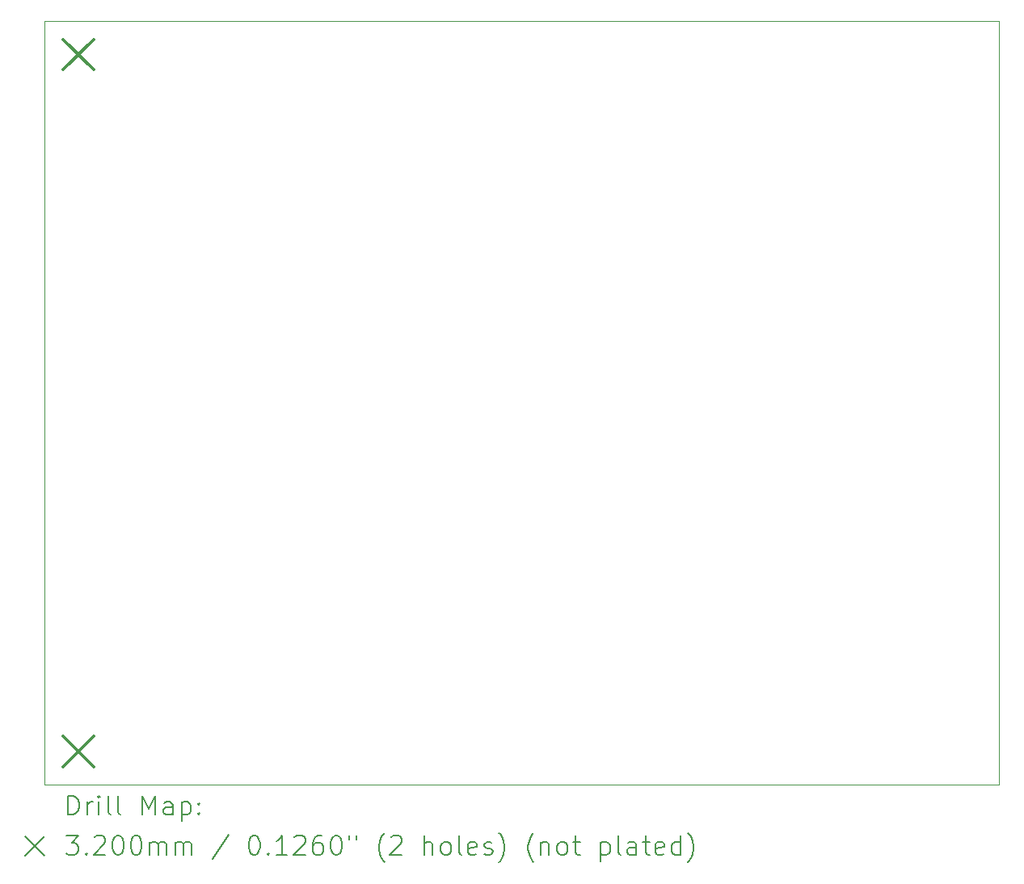
<source format=gbr>
%TF.GenerationSoftware,KiCad,Pcbnew,7.0.2*%
%TF.CreationDate,2023-07-08T15:21:49+02:00*%
%TF.ProjectId,KiKAD_Endplatine_V2,4b694b41-445f-4456-9e64-706c6174696e,rev?*%
%TF.SameCoordinates,Original*%
%TF.FileFunction,Drillmap*%
%TF.FilePolarity,Positive*%
%FSLAX45Y45*%
G04 Gerber Fmt 4.5, Leading zero omitted, Abs format (unit mm)*
G04 Created by KiCad (PCBNEW 7.0.2) date 2023-07-08 15:21:49*
%MOMM*%
%LPD*%
G01*
G04 APERTURE LIST*
%ADD10C,0.050000*%
%ADD11C,0.200000*%
%ADD12C,0.320000*%
G04 APERTURE END LIST*
D10*
X10000000Y-3500000D02*
X20000000Y-3500000D01*
X20000000Y-11500000D01*
X10000000Y-11500000D01*
X10000000Y-3500000D01*
D11*
D12*
X10190000Y-3690000D02*
X10510000Y-4010000D01*
X10510000Y-3690000D02*
X10190000Y-4010000D01*
X10190000Y-10990000D02*
X10510000Y-11310000D01*
X10510000Y-10990000D02*
X10190000Y-11310000D01*
D11*
X10245119Y-11815024D02*
X10245119Y-11615024D01*
X10245119Y-11615024D02*
X10292738Y-11615024D01*
X10292738Y-11615024D02*
X10321310Y-11624548D01*
X10321310Y-11624548D02*
X10340357Y-11643595D01*
X10340357Y-11643595D02*
X10349881Y-11662643D01*
X10349881Y-11662643D02*
X10359405Y-11700738D01*
X10359405Y-11700738D02*
X10359405Y-11729309D01*
X10359405Y-11729309D02*
X10349881Y-11767405D01*
X10349881Y-11767405D02*
X10340357Y-11786452D01*
X10340357Y-11786452D02*
X10321310Y-11805500D01*
X10321310Y-11805500D02*
X10292738Y-11815024D01*
X10292738Y-11815024D02*
X10245119Y-11815024D01*
X10445119Y-11815024D02*
X10445119Y-11681690D01*
X10445119Y-11719786D02*
X10454643Y-11700738D01*
X10454643Y-11700738D02*
X10464167Y-11691214D01*
X10464167Y-11691214D02*
X10483214Y-11681690D01*
X10483214Y-11681690D02*
X10502262Y-11681690D01*
X10568929Y-11815024D02*
X10568929Y-11681690D01*
X10568929Y-11615024D02*
X10559405Y-11624548D01*
X10559405Y-11624548D02*
X10568929Y-11634071D01*
X10568929Y-11634071D02*
X10578452Y-11624548D01*
X10578452Y-11624548D02*
X10568929Y-11615024D01*
X10568929Y-11615024D02*
X10568929Y-11634071D01*
X10692738Y-11815024D02*
X10673690Y-11805500D01*
X10673690Y-11805500D02*
X10664167Y-11786452D01*
X10664167Y-11786452D02*
X10664167Y-11615024D01*
X10797500Y-11815024D02*
X10778452Y-11805500D01*
X10778452Y-11805500D02*
X10768929Y-11786452D01*
X10768929Y-11786452D02*
X10768929Y-11615024D01*
X11026071Y-11815024D02*
X11026071Y-11615024D01*
X11026071Y-11615024D02*
X11092738Y-11757881D01*
X11092738Y-11757881D02*
X11159405Y-11615024D01*
X11159405Y-11615024D02*
X11159405Y-11815024D01*
X11340357Y-11815024D02*
X11340357Y-11710262D01*
X11340357Y-11710262D02*
X11330833Y-11691214D01*
X11330833Y-11691214D02*
X11311786Y-11681690D01*
X11311786Y-11681690D02*
X11273690Y-11681690D01*
X11273690Y-11681690D02*
X11254643Y-11691214D01*
X11340357Y-11805500D02*
X11321309Y-11815024D01*
X11321309Y-11815024D02*
X11273690Y-11815024D01*
X11273690Y-11815024D02*
X11254643Y-11805500D01*
X11254643Y-11805500D02*
X11245119Y-11786452D01*
X11245119Y-11786452D02*
X11245119Y-11767405D01*
X11245119Y-11767405D02*
X11254643Y-11748357D01*
X11254643Y-11748357D02*
X11273690Y-11738833D01*
X11273690Y-11738833D02*
X11321309Y-11738833D01*
X11321309Y-11738833D02*
X11340357Y-11729309D01*
X11435595Y-11681690D02*
X11435595Y-11881690D01*
X11435595Y-11691214D02*
X11454643Y-11681690D01*
X11454643Y-11681690D02*
X11492738Y-11681690D01*
X11492738Y-11681690D02*
X11511786Y-11691214D01*
X11511786Y-11691214D02*
X11521309Y-11700738D01*
X11521309Y-11700738D02*
X11530833Y-11719786D01*
X11530833Y-11719786D02*
X11530833Y-11776928D01*
X11530833Y-11776928D02*
X11521309Y-11795976D01*
X11521309Y-11795976D02*
X11511786Y-11805500D01*
X11511786Y-11805500D02*
X11492738Y-11815024D01*
X11492738Y-11815024D02*
X11454643Y-11815024D01*
X11454643Y-11815024D02*
X11435595Y-11805500D01*
X11616548Y-11795976D02*
X11626071Y-11805500D01*
X11626071Y-11805500D02*
X11616548Y-11815024D01*
X11616548Y-11815024D02*
X11607024Y-11805500D01*
X11607024Y-11805500D02*
X11616548Y-11795976D01*
X11616548Y-11795976D02*
X11616548Y-11815024D01*
X11616548Y-11691214D02*
X11626071Y-11700738D01*
X11626071Y-11700738D02*
X11616548Y-11710262D01*
X11616548Y-11710262D02*
X11607024Y-11700738D01*
X11607024Y-11700738D02*
X11616548Y-11691214D01*
X11616548Y-11691214D02*
X11616548Y-11710262D01*
X9797500Y-12042500D02*
X9997500Y-12242500D01*
X9997500Y-12042500D02*
X9797500Y-12242500D01*
X10226071Y-12035024D02*
X10349881Y-12035024D01*
X10349881Y-12035024D02*
X10283214Y-12111214D01*
X10283214Y-12111214D02*
X10311786Y-12111214D01*
X10311786Y-12111214D02*
X10330833Y-12120738D01*
X10330833Y-12120738D02*
X10340357Y-12130262D01*
X10340357Y-12130262D02*
X10349881Y-12149309D01*
X10349881Y-12149309D02*
X10349881Y-12196928D01*
X10349881Y-12196928D02*
X10340357Y-12215976D01*
X10340357Y-12215976D02*
X10330833Y-12225500D01*
X10330833Y-12225500D02*
X10311786Y-12235024D01*
X10311786Y-12235024D02*
X10254643Y-12235024D01*
X10254643Y-12235024D02*
X10235595Y-12225500D01*
X10235595Y-12225500D02*
X10226071Y-12215976D01*
X10435595Y-12215976D02*
X10445119Y-12225500D01*
X10445119Y-12225500D02*
X10435595Y-12235024D01*
X10435595Y-12235024D02*
X10426071Y-12225500D01*
X10426071Y-12225500D02*
X10435595Y-12215976D01*
X10435595Y-12215976D02*
X10435595Y-12235024D01*
X10521310Y-12054071D02*
X10530833Y-12044548D01*
X10530833Y-12044548D02*
X10549881Y-12035024D01*
X10549881Y-12035024D02*
X10597500Y-12035024D01*
X10597500Y-12035024D02*
X10616548Y-12044548D01*
X10616548Y-12044548D02*
X10626071Y-12054071D01*
X10626071Y-12054071D02*
X10635595Y-12073119D01*
X10635595Y-12073119D02*
X10635595Y-12092167D01*
X10635595Y-12092167D02*
X10626071Y-12120738D01*
X10626071Y-12120738D02*
X10511786Y-12235024D01*
X10511786Y-12235024D02*
X10635595Y-12235024D01*
X10759405Y-12035024D02*
X10778452Y-12035024D01*
X10778452Y-12035024D02*
X10797500Y-12044548D01*
X10797500Y-12044548D02*
X10807024Y-12054071D01*
X10807024Y-12054071D02*
X10816548Y-12073119D01*
X10816548Y-12073119D02*
X10826071Y-12111214D01*
X10826071Y-12111214D02*
X10826071Y-12158833D01*
X10826071Y-12158833D02*
X10816548Y-12196928D01*
X10816548Y-12196928D02*
X10807024Y-12215976D01*
X10807024Y-12215976D02*
X10797500Y-12225500D01*
X10797500Y-12225500D02*
X10778452Y-12235024D01*
X10778452Y-12235024D02*
X10759405Y-12235024D01*
X10759405Y-12235024D02*
X10740357Y-12225500D01*
X10740357Y-12225500D02*
X10730833Y-12215976D01*
X10730833Y-12215976D02*
X10721310Y-12196928D01*
X10721310Y-12196928D02*
X10711786Y-12158833D01*
X10711786Y-12158833D02*
X10711786Y-12111214D01*
X10711786Y-12111214D02*
X10721310Y-12073119D01*
X10721310Y-12073119D02*
X10730833Y-12054071D01*
X10730833Y-12054071D02*
X10740357Y-12044548D01*
X10740357Y-12044548D02*
X10759405Y-12035024D01*
X10949881Y-12035024D02*
X10968929Y-12035024D01*
X10968929Y-12035024D02*
X10987976Y-12044548D01*
X10987976Y-12044548D02*
X10997500Y-12054071D01*
X10997500Y-12054071D02*
X11007024Y-12073119D01*
X11007024Y-12073119D02*
X11016548Y-12111214D01*
X11016548Y-12111214D02*
X11016548Y-12158833D01*
X11016548Y-12158833D02*
X11007024Y-12196928D01*
X11007024Y-12196928D02*
X10997500Y-12215976D01*
X10997500Y-12215976D02*
X10987976Y-12225500D01*
X10987976Y-12225500D02*
X10968929Y-12235024D01*
X10968929Y-12235024D02*
X10949881Y-12235024D01*
X10949881Y-12235024D02*
X10930833Y-12225500D01*
X10930833Y-12225500D02*
X10921310Y-12215976D01*
X10921310Y-12215976D02*
X10911786Y-12196928D01*
X10911786Y-12196928D02*
X10902262Y-12158833D01*
X10902262Y-12158833D02*
X10902262Y-12111214D01*
X10902262Y-12111214D02*
X10911786Y-12073119D01*
X10911786Y-12073119D02*
X10921310Y-12054071D01*
X10921310Y-12054071D02*
X10930833Y-12044548D01*
X10930833Y-12044548D02*
X10949881Y-12035024D01*
X11102262Y-12235024D02*
X11102262Y-12101690D01*
X11102262Y-12120738D02*
X11111786Y-12111214D01*
X11111786Y-12111214D02*
X11130833Y-12101690D01*
X11130833Y-12101690D02*
X11159405Y-12101690D01*
X11159405Y-12101690D02*
X11178452Y-12111214D01*
X11178452Y-12111214D02*
X11187976Y-12130262D01*
X11187976Y-12130262D02*
X11187976Y-12235024D01*
X11187976Y-12130262D02*
X11197500Y-12111214D01*
X11197500Y-12111214D02*
X11216548Y-12101690D01*
X11216548Y-12101690D02*
X11245119Y-12101690D01*
X11245119Y-12101690D02*
X11264167Y-12111214D01*
X11264167Y-12111214D02*
X11273690Y-12130262D01*
X11273690Y-12130262D02*
X11273690Y-12235024D01*
X11368929Y-12235024D02*
X11368929Y-12101690D01*
X11368929Y-12120738D02*
X11378452Y-12111214D01*
X11378452Y-12111214D02*
X11397500Y-12101690D01*
X11397500Y-12101690D02*
X11426071Y-12101690D01*
X11426071Y-12101690D02*
X11445119Y-12111214D01*
X11445119Y-12111214D02*
X11454643Y-12130262D01*
X11454643Y-12130262D02*
X11454643Y-12235024D01*
X11454643Y-12130262D02*
X11464167Y-12111214D01*
X11464167Y-12111214D02*
X11483214Y-12101690D01*
X11483214Y-12101690D02*
X11511786Y-12101690D01*
X11511786Y-12101690D02*
X11530833Y-12111214D01*
X11530833Y-12111214D02*
X11540357Y-12130262D01*
X11540357Y-12130262D02*
X11540357Y-12235024D01*
X11930833Y-12025500D02*
X11759405Y-12282643D01*
X12187976Y-12035024D02*
X12207024Y-12035024D01*
X12207024Y-12035024D02*
X12226072Y-12044548D01*
X12226072Y-12044548D02*
X12235595Y-12054071D01*
X12235595Y-12054071D02*
X12245119Y-12073119D01*
X12245119Y-12073119D02*
X12254643Y-12111214D01*
X12254643Y-12111214D02*
X12254643Y-12158833D01*
X12254643Y-12158833D02*
X12245119Y-12196928D01*
X12245119Y-12196928D02*
X12235595Y-12215976D01*
X12235595Y-12215976D02*
X12226072Y-12225500D01*
X12226072Y-12225500D02*
X12207024Y-12235024D01*
X12207024Y-12235024D02*
X12187976Y-12235024D01*
X12187976Y-12235024D02*
X12168929Y-12225500D01*
X12168929Y-12225500D02*
X12159405Y-12215976D01*
X12159405Y-12215976D02*
X12149881Y-12196928D01*
X12149881Y-12196928D02*
X12140357Y-12158833D01*
X12140357Y-12158833D02*
X12140357Y-12111214D01*
X12140357Y-12111214D02*
X12149881Y-12073119D01*
X12149881Y-12073119D02*
X12159405Y-12054071D01*
X12159405Y-12054071D02*
X12168929Y-12044548D01*
X12168929Y-12044548D02*
X12187976Y-12035024D01*
X12340357Y-12215976D02*
X12349881Y-12225500D01*
X12349881Y-12225500D02*
X12340357Y-12235024D01*
X12340357Y-12235024D02*
X12330833Y-12225500D01*
X12330833Y-12225500D02*
X12340357Y-12215976D01*
X12340357Y-12215976D02*
X12340357Y-12235024D01*
X12540357Y-12235024D02*
X12426072Y-12235024D01*
X12483214Y-12235024D02*
X12483214Y-12035024D01*
X12483214Y-12035024D02*
X12464167Y-12063595D01*
X12464167Y-12063595D02*
X12445119Y-12082643D01*
X12445119Y-12082643D02*
X12426072Y-12092167D01*
X12616548Y-12054071D02*
X12626072Y-12044548D01*
X12626072Y-12044548D02*
X12645119Y-12035024D01*
X12645119Y-12035024D02*
X12692738Y-12035024D01*
X12692738Y-12035024D02*
X12711786Y-12044548D01*
X12711786Y-12044548D02*
X12721310Y-12054071D01*
X12721310Y-12054071D02*
X12730833Y-12073119D01*
X12730833Y-12073119D02*
X12730833Y-12092167D01*
X12730833Y-12092167D02*
X12721310Y-12120738D01*
X12721310Y-12120738D02*
X12607024Y-12235024D01*
X12607024Y-12235024D02*
X12730833Y-12235024D01*
X12902262Y-12035024D02*
X12864167Y-12035024D01*
X12864167Y-12035024D02*
X12845119Y-12044548D01*
X12845119Y-12044548D02*
X12835595Y-12054071D01*
X12835595Y-12054071D02*
X12816548Y-12082643D01*
X12816548Y-12082643D02*
X12807024Y-12120738D01*
X12807024Y-12120738D02*
X12807024Y-12196928D01*
X12807024Y-12196928D02*
X12816548Y-12215976D01*
X12816548Y-12215976D02*
X12826072Y-12225500D01*
X12826072Y-12225500D02*
X12845119Y-12235024D01*
X12845119Y-12235024D02*
X12883214Y-12235024D01*
X12883214Y-12235024D02*
X12902262Y-12225500D01*
X12902262Y-12225500D02*
X12911786Y-12215976D01*
X12911786Y-12215976D02*
X12921310Y-12196928D01*
X12921310Y-12196928D02*
X12921310Y-12149309D01*
X12921310Y-12149309D02*
X12911786Y-12130262D01*
X12911786Y-12130262D02*
X12902262Y-12120738D01*
X12902262Y-12120738D02*
X12883214Y-12111214D01*
X12883214Y-12111214D02*
X12845119Y-12111214D01*
X12845119Y-12111214D02*
X12826072Y-12120738D01*
X12826072Y-12120738D02*
X12816548Y-12130262D01*
X12816548Y-12130262D02*
X12807024Y-12149309D01*
X13045119Y-12035024D02*
X13064167Y-12035024D01*
X13064167Y-12035024D02*
X13083214Y-12044548D01*
X13083214Y-12044548D02*
X13092738Y-12054071D01*
X13092738Y-12054071D02*
X13102262Y-12073119D01*
X13102262Y-12073119D02*
X13111786Y-12111214D01*
X13111786Y-12111214D02*
X13111786Y-12158833D01*
X13111786Y-12158833D02*
X13102262Y-12196928D01*
X13102262Y-12196928D02*
X13092738Y-12215976D01*
X13092738Y-12215976D02*
X13083214Y-12225500D01*
X13083214Y-12225500D02*
X13064167Y-12235024D01*
X13064167Y-12235024D02*
X13045119Y-12235024D01*
X13045119Y-12235024D02*
X13026072Y-12225500D01*
X13026072Y-12225500D02*
X13016548Y-12215976D01*
X13016548Y-12215976D02*
X13007024Y-12196928D01*
X13007024Y-12196928D02*
X12997500Y-12158833D01*
X12997500Y-12158833D02*
X12997500Y-12111214D01*
X12997500Y-12111214D02*
X13007024Y-12073119D01*
X13007024Y-12073119D02*
X13016548Y-12054071D01*
X13016548Y-12054071D02*
X13026072Y-12044548D01*
X13026072Y-12044548D02*
X13045119Y-12035024D01*
X13187976Y-12035024D02*
X13187976Y-12073119D01*
X13264167Y-12035024D02*
X13264167Y-12073119D01*
X13559405Y-12311214D02*
X13549881Y-12301690D01*
X13549881Y-12301690D02*
X13530834Y-12273119D01*
X13530834Y-12273119D02*
X13521310Y-12254071D01*
X13521310Y-12254071D02*
X13511786Y-12225500D01*
X13511786Y-12225500D02*
X13502262Y-12177881D01*
X13502262Y-12177881D02*
X13502262Y-12139786D01*
X13502262Y-12139786D02*
X13511786Y-12092167D01*
X13511786Y-12092167D02*
X13521310Y-12063595D01*
X13521310Y-12063595D02*
X13530834Y-12044548D01*
X13530834Y-12044548D02*
X13549881Y-12015976D01*
X13549881Y-12015976D02*
X13559405Y-12006452D01*
X13626072Y-12054071D02*
X13635595Y-12044548D01*
X13635595Y-12044548D02*
X13654643Y-12035024D01*
X13654643Y-12035024D02*
X13702262Y-12035024D01*
X13702262Y-12035024D02*
X13721310Y-12044548D01*
X13721310Y-12044548D02*
X13730834Y-12054071D01*
X13730834Y-12054071D02*
X13740357Y-12073119D01*
X13740357Y-12073119D02*
X13740357Y-12092167D01*
X13740357Y-12092167D02*
X13730834Y-12120738D01*
X13730834Y-12120738D02*
X13616548Y-12235024D01*
X13616548Y-12235024D02*
X13740357Y-12235024D01*
X13978453Y-12235024D02*
X13978453Y-12035024D01*
X14064167Y-12235024D02*
X14064167Y-12130262D01*
X14064167Y-12130262D02*
X14054643Y-12111214D01*
X14054643Y-12111214D02*
X14035596Y-12101690D01*
X14035596Y-12101690D02*
X14007024Y-12101690D01*
X14007024Y-12101690D02*
X13987976Y-12111214D01*
X13987976Y-12111214D02*
X13978453Y-12120738D01*
X14187976Y-12235024D02*
X14168929Y-12225500D01*
X14168929Y-12225500D02*
X14159405Y-12215976D01*
X14159405Y-12215976D02*
X14149881Y-12196928D01*
X14149881Y-12196928D02*
X14149881Y-12139786D01*
X14149881Y-12139786D02*
X14159405Y-12120738D01*
X14159405Y-12120738D02*
X14168929Y-12111214D01*
X14168929Y-12111214D02*
X14187976Y-12101690D01*
X14187976Y-12101690D02*
X14216548Y-12101690D01*
X14216548Y-12101690D02*
X14235596Y-12111214D01*
X14235596Y-12111214D02*
X14245119Y-12120738D01*
X14245119Y-12120738D02*
X14254643Y-12139786D01*
X14254643Y-12139786D02*
X14254643Y-12196928D01*
X14254643Y-12196928D02*
X14245119Y-12215976D01*
X14245119Y-12215976D02*
X14235596Y-12225500D01*
X14235596Y-12225500D02*
X14216548Y-12235024D01*
X14216548Y-12235024D02*
X14187976Y-12235024D01*
X14368929Y-12235024D02*
X14349881Y-12225500D01*
X14349881Y-12225500D02*
X14340357Y-12206452D01*
X14340357Y-12206452D02*
X14340357Y-12035024D01*
X14521310Y-12225500D02*
X14502262Y-12235024D01*
X14502262Y-12235024D02*
X14464167Y-12235024D01*
X14464167Y-12235024D02*
X14445119Y-12225500D01*
X14445119Y-12225500D02*
X14435596Y-12206452D01*
X14435596Y-12206452D02*
X14435596Y-12130262D01*
X14435596Y-12130262D02*
X14445119Y-12111214D01*
X14445119Y-12111214D02*
X14464167Y-12101690D01*
X14464167Y-12101690D02*
X14502262Y-12101690D01*
X14502262Y-12101690D02*
X14521310Y-12111214D01*
X14521310Y-12111214D02*
X14530834Y-12130262D01*
X14530834Y-12130262D02*
X14530834Y-12149309D01*
X14530834Y-12149309D02*
X14435596Y-12168357D01*
X14607024Y-12225500D02*
X14626072Y-12235024D01*
X14626072Y-12235024D02*
X14664167Y-12235024D01*
X14664167Y-12235024D02*
X14683215Y-12225500D01*
X14683215Y-12225500D02*
X14692738Y-12206452D01*
X14692738Y-12206452D02*
X14692738Y-12196928D01*
X14692738Y-12196928D02*
X14683215Y-12177881D01*
X14683215Y-12177881D02*
X14664167Y-12168357D01*
X14664167Y-12168357D02*
X14635596Y-12168357D01*
X14635596Y-12168357D02*
X14616548Y-12158833D01*
X14616548Y-12158833D02*
X14607024Y-12139786D01*
X14607024Y-12139786D02*
X14607024Y-12130262D01*
X14607024Y-12130262D02*
X14616548Y-12111214D01*
X14616548Y-12111214D02*
X14635596Y-12101690D01*
X14635596Y-12101690D02*
X14664167Y-12101690D01*
X14664167Y-12101690D02*
X14683215Y-12111214D01*
X14759405Y-12311214D02*
X14768929Y-12301690D01*
X14768929Y-12301690D02*
X14787977Y-12273119D01*
X14787977Y-12273119D02*
X14797500Y-12254071D01*
X14797500Y-12254071D02*
X14807024Y-12225500D01*
X14807024Y-12225500D02*
X14816548Y-12177881D01*
X14816548Y-12177881D02*
X14816548Y-12139786D01*
X14816548Y-12139786D02*
X14807024Y-12092167D01*
X14807024Y-12092167D02*
X14797500Y-12063595D01*
X14797500Y-12063595D02*
X14787977Y-12044548D01*
X14787977Y-12044548D02*
X14768929Y-12015976D01*
X14768929Y-12015976D02*
X14759405Y-12006452D01*
X15121310Y-12311214D02*
X15111786Y-12301690D01*
X15111786Y-12301690D02*
X15092738Y-12273119D01*
X15092738Y-12273119D02*
X15083215Y-12254071D01*
X15083215Y-12254071D02*
X15073691Y-12225500D01*
X15073691Y-12225500D02*
X15064167Y-12177881D01*
X15064167Y-12177881D02*
X15064167Y-12139786D01*
X15064167Y-12139786D02*
X15073691Y-12092167D01*
X15073691Y-12092167D02*
X15083215Y-12063595D01*
X15083215Y-12063595D02*
X15092738Y-12044548D01*
X15092738Y-12044548D02*
X15111786Y-12015976D01*
X15111786Y-12015976D02*
X15121310Y-12006452D01*
X15197500Y-12101690D02*
X15197500Y-12235024D01*
X15197500Y-12120738D02*
X15207024Y-12111214D01*
X15207024Y-12111214D02*
X15226072Y-12101690D01*
X15226072Y-12101690D02*
X15254643Y-12101690D01*
X15254643Y-12101690D02*
X15273691Y-12111214D01*
X15273691Y-12111214D02*
X15283215Y-12130262D01*
X15283215Y-12130262D02*
X15283215Y-12235024D01*
X15407024Y-12235024D02*
X15387977Y-12225500D01*
X15387977Y-12225500D02*
X15378453Y-12215976D01*
X15378453Y-12215976D02*
X15368929Y-12196928D01*
X15368929Y-12196928D02*
X15368929Y-12139786D01*
X15368929Y-12139786D02*
X15378453Y-12120738D01*
X15378453Y-12120738D02*
X15387977Y-12111214D01*
X15387977Y-12111214D02*
X15407024Y-12101690D01*
X15407024Y-12101690D02*
X15435596Y-12101690D01*
X15435596Y-12101690D02*
X15454643Y-12111214D01*
X15454643Y-12111214D02*
X15464167Y-12120738D01*
X15464167Y-12120738D02*
X15473691Y-12139786D01*
X15473691Y-12139786D02*
X15473691Y-12196928D01*
X15473691Y-12196928D02*
X15464167Y-12215976D01*
X15464167Y-12215976D02*
X15454643Y-12225500D01*
X15454643Y-12225500D02*
X15435596Y-12235024D01*
X15435596Y-12235024D02*
X15407024Y-12235024D01*
X15530834Y-12101690D02*
X15607024Y-12101690D01*
X15559405Y-12035024D02*
X15559405Y-12206452D01*
X15559405Y-12206452D02*
X15568929Y-12225500D01*
X15568929Y-12225500D02*
X15587977Y-12235024D01*
X15587977Y-12235024D02*
X15607024Y-12235024D01*
X15826072Y-12101690D02*
X15826072Y-12301690D01*
X15826072Y-12111214D02*
X15845119Y-12101690D01*
X15845119Y-12101690D02*
X15883215Y-12101690D01*
X15883215Y-12101690D02*
X15902262Y-12111214D01*
X15902262Y-12111214D02*
X15911786Y-12120738D01*
X15911786Y-12120738D02*
X15921310Y-12139786D01*
X15921310Y-12139786D02*
X15921310Y-12196928D01*
X15921310Y-12196928D02*
X15911786Y-12215976D01*
X15911786Y-12215976D02*
X15902262Y-12225500D01*
X15902262Y-12225500D02*
X15883215Y-12235024D01*
X15883215Y-12235024D02*
X15845119Y-12235024D01*
X15845119Y-12235024D02*
X15826072Y-12225500D01*
X16035596Y-12235024D02*
X16016548Y-12225500D01*
X16016548Y-12225500D02*
X16007024Y-12206452D01*
X16007024Y-12206452D02*
X16007024Y-12035024D01*
X16197500Y-12235024D02*
X16197500Y-12130262D01*
X16197500Y-12130262D02*
X16187977Y-12111214D01*
X16187977Y-12111214D02*
X16168929Y-12101690D01*
X16168929Y-12101690D02*
X16130834Y-12101690D01*
X16130834Y-12101690D02*
X16111786Y-12111214D01*
X16197500Y-12225500D02*
X16178453Y-12235024D01*
X16178453Y-12235024D02*
X16130834Y-12235024D01*
X16130834Y-12235024D02*
X16111786Y-12225500D01*
X16111786Y-12225500D02*
X16102262Y-12206452D01*
X16102262Y-12206452D02*
X16102262Y-12187405D01*
X16102262Y-12187405D02*
X16111786Y-12168357D01*
X16111786Y-12168357D02*
X16130834Y-12158833D01*
X16130834Y-12158833D02*
X16178453Y-12158833D01*
X16178453Y-12158833D02*
X16197500Y-12149309D01*
X16264167Y-12101690D02*
X16340358Y-12101690D01*
X16292739Y-12035024D02*
X16292739Y-12206452D01*
X16292739Y-12206452D02*
X16302262Y-12225500D01*
X16302262Y-12225500D02*
X16321310Y-12235024D01*
X16321310Y-12235024D02*
X16340358Y-12235024D01*
X16483215Y-12225500D02*
X16464167Y-12235024D01*
X16464167Y-12235024D02*
X16426072Y-12235024D01*
X16426072Y-12235024D02*
X16407024Y-12225500D01*
X16407024Y-12225500D02*
X16397500Y-12206452D01*
X16397500Y-12206452D02*
X16397500Y-12130262D01*
X16397500Y-12130262D02*
X16407024Y-12111214D01*
X16407024Y-12111214D02*
X16426072Y-12101690D01*
X16426072Y-12101690D02*
X16464167Y-12101690D01*
X16464167Y-12101690D02*
X16483215Y-12111214D01*
X16483215Y-12111214D02*
X16492739Y-12130262D01*
X16492739Y-12130262D02*
X16492739Y-12149309D01*
X16492739Y-12149309D02*
X16397500Y-12168357D01*
X16664167Y-12235024D02*
X16664167Y-12035024D01*
X16664167Y-12225500D02*
X16645120Y-12235024D01*
X16645120Y-12235024D02*
X16607024Y-12235024D01*
X16607024Y-12235024D02*
X16587977Y-12225500D01*
X16587977Y-12225500D02*
X16578453Y-12215976D01*
X16578453Y-12215976D02*
X16568929Y-12196928D01*
X16568929Y-12196928D02*
X16568929Y-12139786D01*
X16568929Y-12139786D02*
X16578453Y-12120738D01*
X16578453Y-12120738D02*
X16587977Y-12111214D01*
X16587977Y-12111214D02*
X16607024Y-12101690D01*
X16607024Y-12101690D02*
X16645120Y-12101690D01*
X16645120Y-12101690D02*
X16664167Y-12111214D01*
X16740358Y-12311214D02*
X16749881Y-12301690D01*
X16749881Y-12301690D02*
X16768929Y-12273119D01*
X16768929Y-12273119D02*
X16778453Y-12254071D01*
X16778453Y-12254071D02*
X16787977Y-12225500D01*
X16787977Y-12225500D02*
X16797501Y-12177881D01*
X16797501Y-12177881D02*
X16797501Y-12139786D01*
X16797501Y-12139786D02*
X16787977Y-12092167D01*
X16787977Y-12092167D02*
X16778453Y-12063595D01*
X16778453Y-12063595D02*
X16768929Y-12044548D01*
X16768929Y-12044548D02*
X16749881Y-12015976D01*
X16749881Y-12015976D02*
X16740358Y-12006452D01*
M02*

</source>
